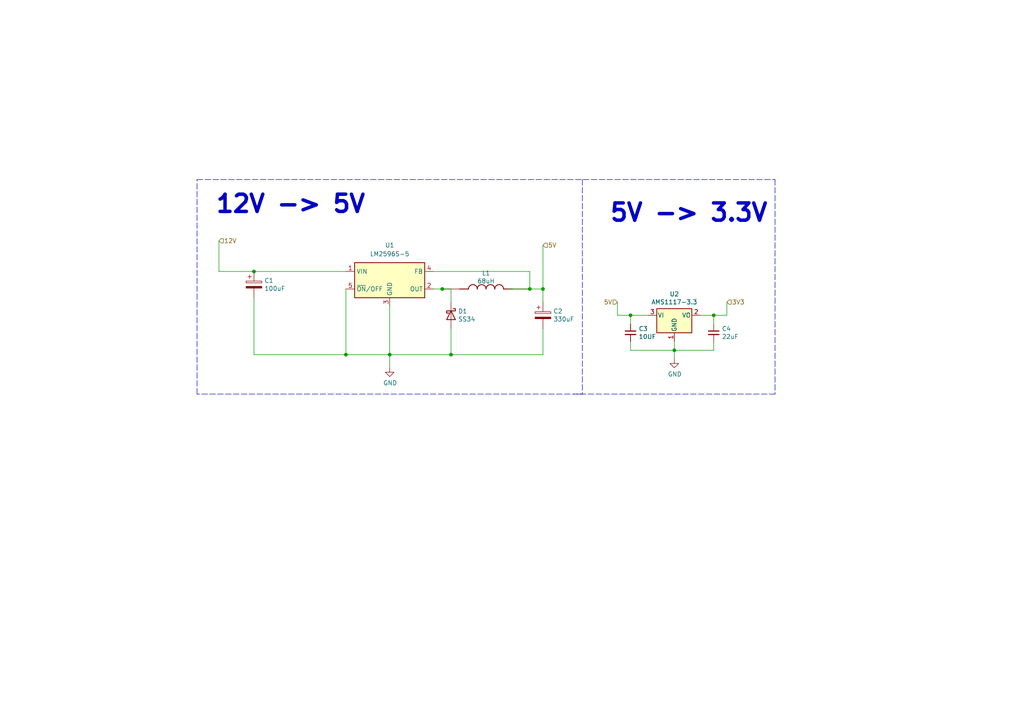
<source format=kicad_sch>
(kicad_sch (version 20211123) (generator eeschema)
  (paper "A4")
  (lib_symbols
    (symbol "Device:C_Small" (pin_numbers hide) (pin_names (offset 0.254) hide)
      (property "Reference" "C" (at 0.254 1.778 0))
      (property "Value" "C_Small" (at 0.254 -2.032 0))
      (symbol "C_Small_0_1"
        (polyline (pts (xy -1.524 -0.508) (xy 1.524 -0.508)) (stroke (width 0.3302)))
        (polyline (pts (xy -1.524 0.508) (xy 1.524 0.508)) (stroke (width 0.3048)))
      )
      (symbol "C_Small_1_1"
        (pin passive line (at 0 2.54 270) (length 2.032) (name "~") (number "1"))
        (pin passive line (at 0 -2.54 90) (length 2.032) (name "~") (number "2"))
      )
    )
    (symbol "Device:D_Schottky" (pin_numbers hide) (pin_names (offset 1.016) hide)
      (property "Reference" "D" (at 0 2.54 0))
      (property "Value" "D_Schottky" (at 0 -2.54 0))
      (symbol "D_Schottky_0_1"
        (polyline (pts (xy 1.27 0) (xy -1.27 0)))
        (polyline (pts (xy 1.27 1.27) (xy 1.27 -1.27) (xy -1.27 0) (xy 1.27 1.27)) (stroke (width 0.254)))
        (polyline (pts (xy -1.905 0.635) (xy -1.905 1.27) (xy -1.27 1.27) (xy -1.27 -1.27) (xy -0.635 -1.27) (xy -0.635 -0.635)) (stroke (width 0.254)))
      )
      (symbol "D_Schottky_1_1"
        (pin passive line (at -3.81 0 0) (length 2.54) (name "K") (number "1"))
        (pin passive line (at 3.81 0 180) (length 2.54) (name "A") (number "2"))
      )
    )
    (symbol "GPS_GSM-rescue:CP-Device" (pin_numbers hide) (pin_names (offset 0.254))
      (property "Reference" "C" (at 0.635 2.54 0))
      (property "Value" "CP-Device" (at 0.635 -2.54 0))
      (symbol "CP-Device_0_1"
        (rectangle (start -2.286 0.508) (end 2.286 1.016))
        (polyline (pts (xy -1.778 2.286) (xy -0.762 2.286)))
        (polyline (pts (xy -1.27 2.794) (xy -1.27 1.778)))
        (rectangle (start 2.286 -0.508) (end -2.286 -1.016) (fill (type outline)))
      )
      (symbol "CP-Device_1_1"
        (pin passive line (at 0 3.81 270) (length 2.794) (name "~") (number "1"))
        (pin passive line (at 0 -3.81 90) (length 2.794) (name "~") (number "2"))
      )
    )
    (symbol "GPS_GSM-rescue:FDUE0650-H-1R0M=P3-FDUE0650-H-1R0M_P3" (pin_numbers hide) (pin_names (offset 1.016) hide)
      (property "Reference" "L" (at -10.16 7.62 0))
      (property "Value" "FDUE0650-H-1R0M=P3-FDUE0650-H-1R0M_P3" (at -10.16 5.08 0))
      (symbol "FDUE0650-H-1R0M=P3-FDUE0650-H-1R0M_P3_0_0"
        (arc (start -2.54 0) (mid -3.81 1.27) (end -5.08 0) (stroke (width 0.254)))
        (arc (start 0 0) (mid -1.27 1.27) (end -2.54 0) (stroke (width 0.254)))
        (polyline (pts (xy -5.08 0) (xy -7.62 0)) (stroke (width 0.254)))
        (polyline (pts (xy 5.08 0) (xy 7.62 0)) (stroke (width 0.254)))
        (arc (start 2.54 0) (mid 1.27 1.27) (end 0 0) (stroke (width 0.254)))
        (arc (start 5.08 0) (mid 3.81 1.27) (end 2.54 0) (stroke (width 0.254)))
        (pin passive line (at -12.7 0 0) (length 5.08) (name "~") (number "1"))
        (pin passive line (at 12.7 0 180) (length 5.08) (name "~") (number "2"))
      )
    )
    (symbol "Regulator_Linear:AMS1117-3.3" (pin_names (offset 0.254))
      (property "Reference" "U" (at -3.81 3.175 0))
      (property "Value" "AMS1117-3.3" (at 0 3.175 0))
      (symbol "AMS1117-3.3_0_1"
        (rectangle (start -5.08 -5.08) (end 5.08 1.905) (stroke (width 0.254)) (fill (type background)))
      )
      (symbol "AMS1117-3.3_1_1"
        (pin power_in line (at 0 -7.62 90) (length 2.54) (name "GND") (number "1"))
        (pin power_out line (at 7.62 0 180) (length 2.54) (name "VO") (number "2"))
        (pin power_in line (at -7.62 0 0) (length 2.54) (name "VI") (number "3"))
      )
    )
    (symbol "Regulator_Switching:LM2596S-5"
      (property "Reference" "U" (at -10.16 6.35 0))
      (property "Value" "LM2596S-5" (at 0 6.35 0))
      (symbol "LM2596S-5_0_1"
        (rectangle (start -10.16 5.08) (end 10.16 -5.08) (stroke (width 0.254)) (fill (type background)))
      )
      (symbol "LM2596S-5_1_1"
        (pin power_in line (at -12.7 2.54 0) (length 2.54) (name "VIN") (number "1"))
        (pin output line (at 12.7 -2.54 180) (length 2.54) (name "OUT") (number "2"))
        (pin power_in line (at 0 -7.62 90) (length 2.54) (name "GND") (number "3"))
        (pin input line (at 12.7 2.54 180) (length 2.54) (name "FB") (number "4"))
        (pin input line (at -12.7 -2.54 0) (length 2.54) (name "~{ON}/OFF") (number "5"))
      )
    )
    (symbol "power:GND" (power) (pin_names (offset 0))
      (property "Value" "GND" (at 0 -3.81 0))
      (symbol "GND_0_1"
        (polyline (pts (xy 0 0) (xy 0 -1.27) (xy 1.27 -1.27) (xy 0 -2.54) (xy -1.27 -1.27) (xy 0 -1.27)))
      )
      (symbol "GND_1_1"
        (pin power_in line (at 0 0 270) (length 0) hide (name "GND") (number "1"))
      )
    )
  )
  (junction (at 195.58 101.6))
  (junction (at 100.33 102.87))
  (junction (at 153.67 83.82))
  (junction (at 128.27 83.82))
  (junction (at 182.88 91.44))
  (junction (at 73.66 78.74))
  (junction (at 157.48 83.82))
  (junction (at 207.01 91.44))
  (junction (at 130.81 102.87))
  (junction (at 113.03 102.87))
  (wire (pts (xy 113.03 88.9) (xy 113.03 102.87)))
  (wire (pts (xy 130.81 95.25) (xy 130.81 102.87)))
  (wire (pts (xy 73.66 102.87) (xy 100.33 102.87)))
  (polyline (pts (xy 168.91 52.07) (xy 168.91 114.3)))
  (wire (pts (xy 179.07 87.63) (xy 179.07 91.44)))
  (wire (pts (xy 153.67 83.82) (xy 147.32 83.82)))
  (wire (pts (xy 210.82 91.44) (xy 207.01 91.44)))
  (wire (pts (xy 130.81 83.82) (xy 128.27 83.82)))
  (wire (pts (xy 182.88 91.44) (xy 187.96 91.44)))
  (wire (pts (xy 100.33 102.87) (xy 113.03 102.87)))
  (wire (pts (xy 113.03 102.87) (xy 130.81 102.87)))
  (wire (pts (xy 182.88 101.6) (xy 182.88 99.06)))
  (wire (pts (xy 100.33 78.74) (xy 73.66 78.74)))
  (wire (pts (xy 157.48 71.12) (xy 157.48 83.82)))
  (wire (pts (xy 207.01 91.44) (xy 203.2 91.44)))
  (wire (pts (xy 63.5 69.85) (xy 63.5 78.74)))
  (wire (pts (xy 128.27 83.82) (xy 125.73 83.82)))
  (wire (pts (xy 113.03 106.68) (xy 113.03 102.87)))
  (wire (pts (xy 73.66 86.36) (xy 73.66 102.87)))
  (wire (pts (xy 157.48 87.63) (xy 157.48 83.82)))
  (wire (pts (xy 182.88 91.44) (xy 179.07 91.44)))
  (wire (pts (xy 157.48 102.87) (xy 157.48 95.25)))
  (wire (pts (xy 207.01 101.6) (xy 195.58 101.6)))
  (wire (pts (xy 130.81 102.87) (xy 157.48 102.87)))
  (wire (pts (xy 63.5 78.74) (xy 73.66 78.74)))
  (wire (pts (xy 195.58 101.6) (xy 182.88 101.6)))
  (wire (pts (xy 182.88 93.98) (xy 182.88 91.44)))
  (wire (pts (xy 157.48 83.82) (xy 153.67 83.82)))
  (wire (pts (xy 207.01 93.98) (xy 207.01 91.44)))
  (wire (pts (xy 125.73 78.74) (xy 153.67 78.74)))
  (wire (pts (xy 210.82 87.63) (xy 210.82 91.44)))
  (wire (pts (xy 100.33 83.82) (xy 100.33 102.87)))
  (wire (pts (xy 195.58 104.14) (xy 195.58 101.6)))
  (polyline (pts (xy 57.15 114.3) (xy 57.15 52.07)))
  (polyline (pts (xy 168.91 114.3) (xy 166.37 114.3)))
  (polyline (pts (xy 224.79 52.07) (xy 224.79 114.3)))
  (wire (pts (xy 207.01 99.06) (xy 207.01 101.6)))
  (polyline (pts (xy 57.15 52.07) (xy 224.79 52.07)))
  (wire (pts (xy 195.58 101.6) (xy 195.58 99.06)))
  (wire (pts (xy 130.81 87.63) (xy 130.81 83.82)))
  (wire (pts (xy 153.67 78.74) (xy 153.67 83.82)))
  (polyline (pts (xy 224.79 114.3) (xy 57.15 114.3)))
  (text "12V -> 5V" (at 62.23 62.23 0) (effects (font (size 5 5) (thickness 1) bold) (justify left bottom)))
  (text "5V -> 3.3V" (at 176.53 64.77 0) (effects (font (size 5 5) (thickness 1) bold) (justify left bottom)))
  (hierarchical_label "3V3" (shape input) (at 210.82 87.63 0))
  (hierarchical_label "5V" (shape input) (at 157.48 71.12 0))
  (hierarchical_label "12V" (shape input) (at 63.5 69.85 0))
  (hierarchical_label "5V" (shape input) (at 179.07 87.63 180))
  (symbol (lib_id "Device:C_Small") (at 207.01 96.52 0) (unit 1)
    (property "Reference" "C4" (at 209.3468 95.3516 0) (effects (justify left)))
    (property "Value" "22uF" (at 209.3468 97.663 0) (effects (justify left)))
    (property "Footprint" "Capacitor_THT:C_Disc_D3.0mm_W2.0mm_P2.50mm" (effects hide))
  )
  (symbol (lib_id "Regulator_Switching:LM2596S-5") (at 113.03 81.28 0) (unit 1)
    (property "Reference" "U1" (at 113.03 71.12 0))
    (property "Value" "LM2596S-5" (at 113.03 73.66 0))
    (property "Footprint" "Package_TO_SOT_SMD:TO-263-5_TabPin3" (effects hide))
    (property "Datasheet" "http://www.ti.com/lit/ds/symlink/lm2596.pdf" (effects hide))
  )
  (symbol (lib_id "GPS_GSM-rescue:CP-Device") (at 157.48 91.44 0) (unit 1)
    (property "Reference" "C2" (at 160.4772 90.2716 0) (effects (justify left)))
    (property "Value" "330uF" (at 160.4772 92.583 0) (effects (justify left)))
    (property "Footprint" "Capacitor_THT:CP_Radial_D6.3mm_P2.50mm" (effects hide))
  )
  (symbol (lib_id "power:GND") (at 113.03 106.68 0) (unit 1)
    (property "Reference" "#PWR0101" (effects hide))
    (property "Value" "GND" (at 113.157 111.0742 0))
  )
  (symbol (lib_id "Device:D_Schottky") (at 130.81 91.44 270) (unit 1)
    (property "Reference" "D1" (at 132.842 90.2716 90) (effects (justify left)))
    (property "Value" "SS34" (at 132.842 92.583 90) (effects (justify left)))
    (property "Footprint" "Diode_THT:D_DO-41_SOD81_P7.62mm_Horizontal" (effects hide))
  )
  (symbol (lib_id "Device:C_Small") (at 182.88 96.52 0) (unit 1)
    (property "Reference" "C3" (at 185.2168 95.3516 0) (effects (justify left)))
    (property "Value" "10UF" (at 185.2168 97.663 0) (effects (justify left)))
    (property "Footprint" "Capacitor_THT:C_Disc_D3.0mm_W2.0mm_P2.50mm" (effects hide))
  )
  (symbol (lib_id "power:GND") (at 195.58 104.14 0) (unit 1)
    (property "Reference" "#PWR0102" (effects hide))
    (property "Value" "GND" (at 195.707 108.5342 0))
  )
  (symbol (lib_id "GPS_GSM-rescue:CP-Device") (at 73.66 82.55 0) (unit 1)
    (property "Reference" "C1" (at 76.6572 81.3816 0) (effects (justify left)))
    (property "Value" "100uF" (at 76.6572 83.693 0) (effects (justify left)))
    (property "Footprint" "Capacitor_THT:CP_Radial_D6.3mm_P2.50mm" (effects hide))
  )
  (symbol (lib_id "Regulator_Linear:AMS1117-3.3") (at 195.58 91.44 0) (unit 1)
    (property "Reference" "U2" (at 195.58 85.2932 0))
    (property "Value" "AMS1117-3.3" (at 195.58 87.6046 0))
    (property "Footprint" "Package_TO_SOT_SMD:SOT-223-3_TabPin2" (effects hide))
    (property "Datasheet" "http://www.advanced-monolithic.com/pdf/ds1117.pdf" (effects hide))
  )
  (symbol (lib_id "GPS_GSM-rescue:FDUE0650-H-1R0M=P3-FDUE0650-H-1R0M_P3") (at 140.97 83.82 0) (unit 1)
    (property "Reference" "L1" (at 140.97 79.2226 0))
    (property "Value" "68uH" (at 140.97 81.534 0))
    (property "Footprint" "Inductor_THT:L_Radial_D6.0mm_P4.00mm" (effects hide))
    (property "MF" "Murata" (effects hide))
    (property "PRICE" "None" (effects hide))
    (property "PACKAGE" "NONSTANDARD" (effects hide))
    (property "MP" "FDUE0650-H-1R0M=P3" (effects hide))
    (property "AVAILABILITY" "Unavailable" (effects hide))
    (property "DESCRIPTION" "Inductor with Inductance: 1uH Tol. +/-20%, Package: 3026 _7667_" (effects hide))
  )
)
</source>
